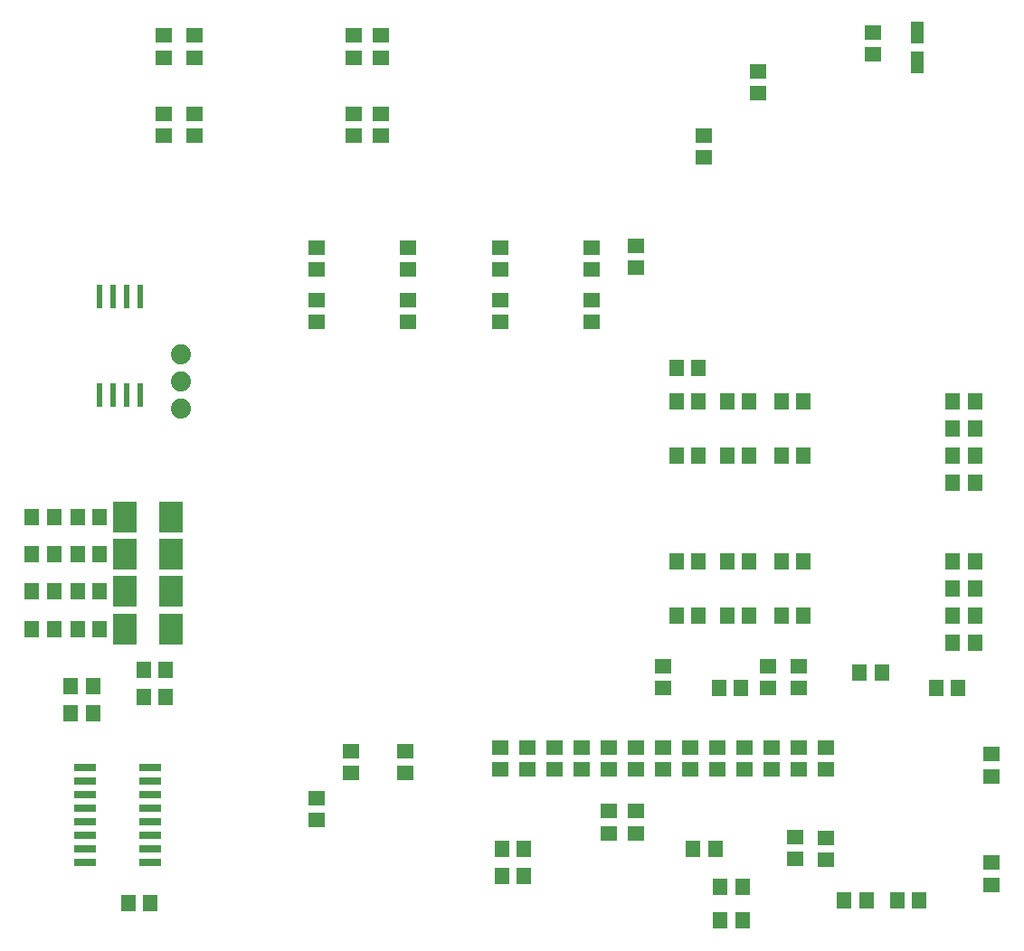
<source format=gtp>
G04 MADE WITH FRITZING*
G04 WWW.FRITZING.ORG*
G04 DOUBLE SIDED*
G04 HOLES PLATED*
G04 CONTOUR ON CENTER OF CONTOUR VECTOR*
%ASAXBY*%
%FSLAX23Y23*%
%MOIN*%
%OFA0B0*%
%SFA1.0B1.0*%
%ADD10C,0.074000*%
%ADD11R,0.090086X0.113708*%
%ADD12R,0.023622X0.086614*%
%ADD13R,0.055118X0.059055*%
%ADD14R,0.047244X0.078740*%
%ADD15R,0.080000X0.026000*%
%ADD16R,0.059055X0.055118*%
%ADD17R,0.001000X0.001000*%
%LNPASTEMASK1*%
G90*
G70*
G54D10*
X607Y2464D03*
X607Y2364D03*
X607Y2264D03*
G54D11*
X569Y1452D03*
X400Y1452D03*
X569Y1589D03*
X400Y1589D03*
X569Y1727D03*
X400Y1727D03*
X569Y1864D03*
X400Y1864D03*
G54D12*
X407Y2677D03*
X407Y2314D03*
X457Y2677D03*
X357Y2677D03*
X307Y2677D03*
X457Y2314D03*
X357Y2314D03*
X307Y2314D03*
G54D13*
X57Y1452D03*
X138Y1452D03*
X57Y1589D03*
X138Y1589D03*
X57Y1727D03*
X138Y1727D03*
X57Y1864D03*
X138Y1864D03*
X2619Y1502D03*
X2700Y1502D03*
X2619Y1702D03*
X2700Y1702D03*
X2619Y2089D03*
X2700Y2089D03*
X2619Y2289D03*
X2700Y2289D03*
X307Y1452D03*
X226Y1452D03*
X307Y1589D03*
X226Y1589D03*
X307Y1727D03*
X226Y1727D03*
X307Y1864D03*
X226Y1864D03*
X2432Y1502D03*
X2513Y1502D03*
X2432Y1702D03*
X2513Y1702D03*
X2432Y2089D03*
X2513Y2089D03*
X2432Y2289D03*
X2513Y2289D03*
G54D14*
X3319Y3539D03*
X3319Y3649D03*
G54D15*
X252Y939D03*
X252Y889D03*
X252Y839D03*
X252Y789D03*
X252Y739D03*
X252Y689D03*
X252Y639D03*
X252Y589D03*
X494Y589D03*
X494Y639D03*
X494Y689D03*
X494Y739D03*
X494Y789D03*
X494Y839D03*
X494Y889D03*
X494Y939D03*
G54D13*
X414Y439D03*
X494Y439D03*
X550Y1202D03*
X469Y1202D03*
G54D16*
X2532Y3189D03*
X2532Y3270D03*
X3157Y3652D03*
X3157Y3571D03*
X2732Y3507D03*
X2732Y3427D03*
G54D13*
X469Y1302D03*
X550Y1302D03*
X201Y1239D03*
X282Y1239D03*
G54D16*
X1344Y3271D03*
X1344Y3352D03*
X1244Y3558D03*
X1244Y3639D03*
X1344Y3558D03*
X1344Y3639D03*
X1244Y3271D03*
X1244Y3352D03*
X657Y3558D03*
X657Y3639D03*
X544Y3558D03*
X544Y3639D03*
X657Y3271D03*
X657Y3352D03*
X544Y3271D03*
X544Y3352D03*
G54D13*
X3532Y2289D03*
X3451Y2289D03*
X3532Y1989D03*
X3451Y1989D03*
X3532Y2089D03*
X3451Y2089D03*
X3532Y2189D03*
X3451Y2189D03*
X2432Y2414D03*
X2513Y2414D03*
X3532Y1402D03*
X3451Y1402D03*
X3532Y1502D03*
X3451Y1502D03*
X3532Y1602D03*
X3451Y1602D03*
X3532Y1702D03*
X3451Y1702D03*
G54D16*
X1107Y2583D03*
X1107Y2664D03*
X1444Y2583D03*
X1444Y2664D03*
X1782Y2583D03*
X1782Y2664D03*
X2119Y2583D03*
X2119Y2664D03*
X1107Y2857D03*
X1107Y2777D03*
X1444Y2857D03*
X1444Y2777D03*
X1782Y2857D03*
X1782Y2777D03*
X2119Y2857D03*
X2119Y2777D03*
G54D13*
X2819Y2089D03*
X2900Y2089D03*
X2900Y2289D03*
X2819Y2289D03*
X1789Y539D03*
X1869Y539D03*
G54D16*
X2282Y698D03*
X2282Y779D03*
G54D13*
X201Y1139D03*
X282Y1139D03*
X3188Y1289D03*
X3107Y1289D03*
G54D16*
X2769Y1314D03*
X2769Y1233D03*
X2082Y933D03*
X2082Y1014D03*
X1232Y921D03*
X1232Y1002D03*
X1107Y746D03*
X1107Y827D03*
X2282Y2783D03*
X2282Y2864D03*
X1982Y933D03*
X1982Y1014D03*
G54D13*
X1869Y639D03*
X1789Y639D03*
G54D16*
X1782Y1014D03*
X1782Y933D03*
G54D13*
X3469Y1235D03*
X3389Y1235D03*
G54D16*
X2382Y1233D03*
X2382Y1314D03*
X3594Y908D03*
X3594Y989D03*
G54D13*
X3245Y452D03*
X3326Y452D03*
X3132Y452D03*
X3051Y452D03*
G54D16*
X3594Y508D03*
X3594Y589D03*
X2982Y682D03*
X2982Y602D03*
G54D13*
X2594Y502D03*
X2675Y502D03*
X2494Y639D03*
X2575Y639D03*
G54D16*
X2982Y933D03*
X2982Y1014D03*
G54D13*
X2594Y377D03*
X2675Y377D03*
G54D16*
X2869Y603D03*
X2869Y683D03*
X2182Y698D03*
X2182Y779D03*
X1882Y933D03*
X1882Y1014D03*
X2182Y933D03*
X2182Y1014D03*
X1432Y921D03*
X1432Y1002D03*
X2882Y933D03*
X2882Y1014D03*
X2682Y933D03*
X2682Y1014D03*
X2582Y933D03*
X2582Y1014D03*
X2782Y933D03*
X2782Y1014D03*
X2482Y933D03*
X2482Y1014D03*
X2282Y933D03*
X2282Y1014D03*
X2382Y933D03*
X2382Y1014D03*
G54D13*
X2819Y1502D03*
X2900Y1502D03*
X2900Y1702D03*
X2819Y1702D03*
X2669Y1235D03*
X2589Y1235D03*
G54D16*
X2882Y1233D03*
X2882Y1314D03*
G54D17*
D02*
G04 End of PasteMask1*
M02*
</source>
